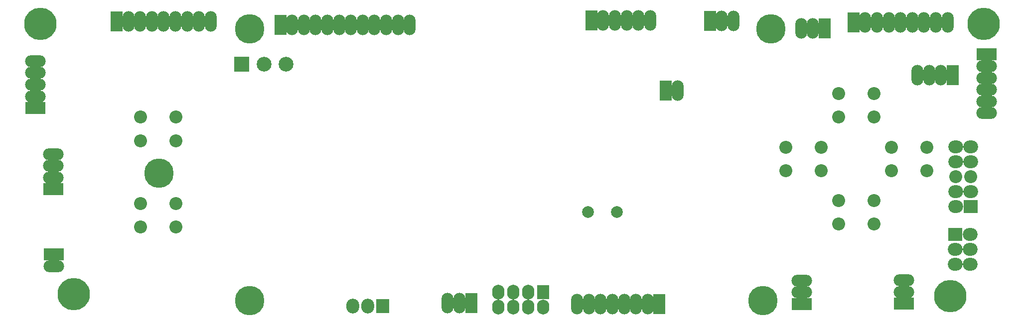
<source format=gbs>
G04 (created by PCBNEW-RS274X (2011-07-08 BZR 3044)-stable) date 03/08/2011 00:28:50*
G01*
G70*
G90*
%MOIN*%
G04 Gerber Fmt 3.4, Leading zero omitted, Abs format*
%FSLAX34Y34*%
G04 APERTURE LIST*
%ADD10C,0.006000*%
%ADD11O,0.079100X0.138100*%
%ADD12R,0.079100X0.138100*%
%ADD13C,0.086900*%
%ADD14R,0.094800X0.086900*%
%ADD15O,0.098700X0.086900*%
%ADD16R,0.083000X0.094800*%
%ADD17O,0.083000X0.098700*%
%ADD18C,0.197200*%
%ADD19C,0.216900*%
%ADD20O,0.138100X0.079100*%
%ADD21R,0.138100X0.079100*%
%ADD22C,0.079100*%
%ADD23R,0.098700X0.098700*%
%ADD24C,0.098700*%
%ADD25R,0.086900X0.094800*%
%ADD26O,0.086900X0.098700*%
G04 APERTURE END LIST*
G54D10*
G54D11*
X20162Y-13260D03*
X19375Y-13260D03*
G54D12*
X18587Y-13260D03*
G54D11*
X20949Y-13260D03*
X21737Y-13260D03*
X22524Y-13260D03*
X23311Y-13260D03*
X24098Y-13260D03*
X24886Y-13260D03*
G54D13*
X66890Y-26850D03*
X66890Y-25276D03*
X69252Y-26850D03*
X69252Y-25276D03*
X72795Y-21693D03*
X72795Y-23267D03*
X70433Y-21693D03*
X70433Y-23267D03*
X69252Y-18110D03*
X69252Y-19684D03*
X66890Y-18110D03*
X66890Y-19684D03*
X65709Y-21693D03*
X65709Y-23267D03*
X63347Y-21693D03*
X63347Y-23267D03*
X20197Y-21259D03*
X20197Y-19685D03*
X22559Y-21259D03*
X22559Y-19685D03*
X20197Y-27047D03*
X20197Y-25473D03*
X22559Y-27047D03*
X22559Y-25473D03*
G54D14*
X75736Y-25671D03*
G54D15*
X74736Y-25671D03*
X75736Y-24671D03*
X74736Y-24671D03*
G54D13*
X75736Y-23671D03*
X74736Y-23671D03*
G54D15*
X75736Y-22671D03*
X74736Y-22671D03*
X75736Y-21671D03*
X74736Y-21671D03*
G54D14*
X74697Y-27553D03*
G54D15*
X75697Y-27553D03*
X74697Y-28553D03*
X75697Y-28553D03*
X74697Y-29553D03*
X75697Y-29553D03*
G54D16*
X47130Y-31394D03*
G54D17*
X47130Y-32394D03*
X46130Y-31394D03*
X46130Y-32394D03*
X45130Y-31394D03*
X45130Y-32394D03*
X44130Y-31394D03*
X44130Y-32394D03*
G54D18*
X62362Y-13780D03*
G54D19*
X76575Y-13425D03*
G54D18*
X61811Y-31969D03*
G54D19*
X74370Y-31654D03*
G54D18*
X27480Y-31969D03*
G54D19*
X15709Y-31535D03*
G54D18*
X21417Y-23425D03*
G54D19*
X13504Y-13425D03*
G54D18*
X27480Y-13780D03*
G54D11*
X59858Y-13236D03*
X59071Y-13236D03*
G54D12*
X58283Y-13236D03*
G54D11*
X51925Y-13216D03*
X51138Y-13216D03*
G54D12*
X50350Y-13216D03*
G54D11*
X52712Y-13216D03*
X53500Y-13216D03*
X54287Y-13216D03*
X69454Y-13331D03*
X68667Y-13331D03*
G54D12*
X67879Y-13331D03*
G54D11*
X70241Y-13331D03*
X71029Y-13331D03*
X71816Y-13331D03*
X72603Y-13331D03*
X73390Y-13331D03*
X74178Y-13331D03*
G54D20*
X76795Y-17055D03*
X76795Y-16268D03*
G54D21*
X76795Y-15480D03*
G54D20*
X76795Y-17842D03*
X76795Y-18630D03*
X76795Y-19417D03*
G54D11*
X31114Y-13520D03*
X30326Y-13520D03*
G54D12*
X29539Y-13520D03*
G54D11*
X31901Y-13520D03*
X32689Y-13520D03*
X33476Y-13520D03*
X34263Y-13520D03*
X35051Y-13520D03*
X35838Y-13520D03*
X36626Y-13520D03*
X37413Y-13520D03*
X38200Y-13520D03*
G54D20*
X13142Y-17504D03*
X13142Y-18291D03*
G54D21*
X13142Y-19079D03*
G54D20*
X13142Y-16717D03*
X13142Y-15929D03*
X14399Y-29654D03*
G54D21*
X14399Y-28866D03*
G54D20*
X71252Y-30611D03*
X71252Y-31398D03*
G54D21*
X71252Y-32186D03*
G54D20*
X64413Y-30626D03*
X64413Y-31413D03*
G54D21*
X64413Y-32201D03*
G54D11*
X72945Y-16882D03*
X73732Y-16882D03*
G54D12*
X74520Y-16882D03*
G54D11*
X72158Y-16882D03*
X53326Y-32201D03*
X54113Y-32201D03*
G54D12*
X54901Y-32201D03*
G54D11*
X52539Y-32201D03*
X51751Y-32201D03*
X50964Y-32201D03*
X50177Y-32201D03*
X49390Y-32201D03*
X56107Y-17912D03*
G54D12*
X55319Y-17912D03*
G54D22*
X50133Y-26035D03*
X52055Y-26035D03*
G54D11*
X64374Y-13721D03*
X65161Y-13721D03*
G54D12*
X65949Y-13721D03*
G54D20*
X14342Y-22945D03*
X14342Y-23732D03*
G54D21*
X14342Y-24520D03*
G54D20*
X14342Y-22158D03*
G54D11*
X40733Y-32134D03*
X41520Y-32134D03*
G54D12*
X42308Y-32134D03*
G54D23*
X26965Y-16150D03*
G54D24*
X28441Y-16150D03*
X29917Y-16150D03*
G54D25*
X36398Y-32335D03*
G54D26*
X35398Y-32335D03*
X34398Y-32335D03*
M02*

</source>
